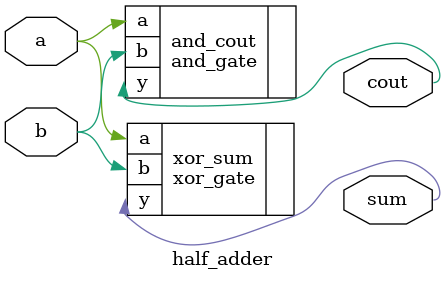
<source format=v>
module half_adder( 
input a, b,
output cout, sum );

wire w1, w2;

// Create a XOR gate for the sum
xor_gate xor_sum( .a(a), .b(b), .y(sum) );

// Create an AND gate for the carry-out
and_gate and_cout( .a(a), .b(b), .y(cout) );

endmodule

</source>
